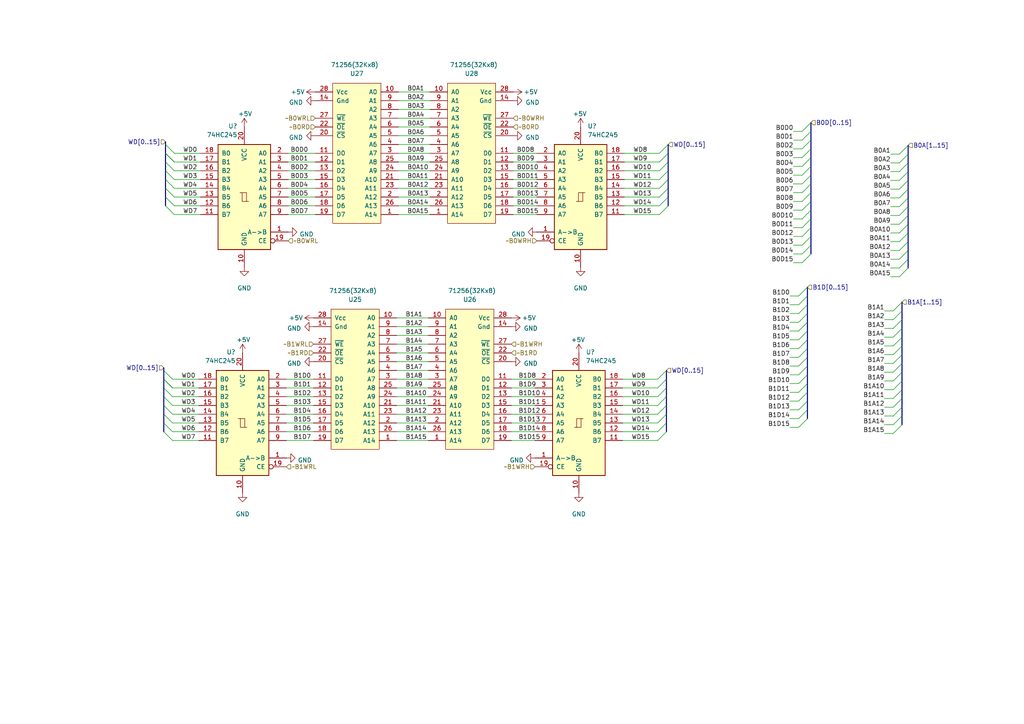
<source format=kicad_sch>
(kicad_sch (version 20230121) (generator eeschema)
  (paper "A4")
  (lib_symbols
    (symbol "68000:71256(32Kx8)" (pin_names (offset 1.016))
      (property "Reference" "U" (at 1.27 -45.72 0))
      (property "Value" "71256(32Kx8)" (at 1.27 -2.54 0))
      (symbol "71256(32Kx8)_1_1"
        (rectangle (start -6.35 -3.81) (end 7.62 -44.45) (fill (type background)))
        (pin input line (at 12.7 -41.91 180) (length 5.08) (name "A14") (number "1"))
        (pin input line (at 12.7 -6.35 180) (length 5.08) (name "A0") (number "10"))
        (pin bidirectional line (at -11.43 -24.13 0) (length 5.08) (name "D0") (number "11"))
        (pin bidirectional line (at -11.43 -26.67 0) (length 5.08) (name "D1") (number "12"))
        (pin bidirectional line (at -11.43 -29.21 0) (length 5.08) (name "D2") (number "13"))
        (pin power_in line (at -11.43 -8.89 0) (length 5.08) (name "Gnd") (number "14"))
        (pin bidirectional line (at -11.43 -31.75 0) (length 5.08) (name "D3") (number "15"))
        (pin bidirectional line (at -11.43 -34.29 0) (length 5.08) (name "D4") (number "16"))
        (pin bidirectional line (at -11.43 -36.83 0) (length 5.08) (name "D5") (number "17"))
        (pin bidirectional line (at -11.43 -39.37 0) (length 5.08) (name "D6") (number "18"))
        (pin bidirectional line (at -11.43 -41.91 0) (length 5.08) (name "D7") (number "19"))
        (pin input line (at 12.7 -36.83 180) (length 5.08) (name "A12") (number "2"))
        (pin input line (at -11.43 -19.05 0) (length 5.08) (name "~{CS}") (number "20"))
        (pin input line (at 12.7 -31.75 180) (length 5.08) (name "A10") (number "21"))
        (pin input line (at -11.43 -16.51 0) (length 5.08) (name "~{OE}") (number "22"))
        (pin input line (at 12.7 -34.29 180) (length 5.08) (name "A11") (number "23"))
        (pin input line (at 12.7 -29.21 180) (length 5.08) (name "A9") (number "24"))
        (pin input line (at 12.7 -26.67 180) (length 5.08) (name "A8") (number "25"))
        (pin input line (at 12.7 -39.37 180) (length 5.08) (name "A13") (number "26"))
        (pin input line (at -11.43 -13.97 0) (length 5.08) (name "~{WE}") (number "27"))
        (pin power_in line (at -11.43 -6.35 0) (length 5.08) (name "Vcc") (number "28"))
        (pin input line (at 12.7 -24.13 180) (length 5.08) (name "A7") (number "3"))
        (pin input line (at 12.7 -21.59 180) (length 5.08) (name "A6") (number "4"))
        (pin input line (at 12.7 -19.05 180) (length 5.08) (name "A5") (number "5"))
        (pin input line (at 12.7 -16.51 180) (length 5.08) (name "A4") (number "6"))
        (pin input line (at 12.7 -13.97 180) (length 5.08) (name "A3") (number "7"))
        (pin input line (at 12.7 -11.43 180) (length 5.08) (name "A2") (number "8"))
        (pin input line (at 12.7 -8.89 180) (length 5.08) (name "A1") (number "9"))
      )
    )
    (symbol "74xx:74HC245" (pin_names (offset 1.016))
      (property "Reference" "U" (at -7.62 16.51 0))
      (property "Value" "74HC245" (at -7.62 -16.51 0))
      (symbol "74HC245_1_0"
        (polyline (pts (xy -0.635 -1.27) (xy -0.635 1.27) (xy 0.635 1.27)))
        (polyline (pts (xy -1.27 -1.27) (xy 0.635 -1.27) (xy 0.635 1.27) (xy 1.27 1.27)))
        (pin input line (at -12.7 -10.16 0) (length 5.08) (name "A->B") (number "1"))
        (pin power_in line (at 0 -20.32 90) (length 5.08) (name "GND") (number "10"))
        (pin tri_state line (at 12.7 -5.08 180) (length 5.08) (name "B7") (number "11"))
        (pin tri_state line (at 12.7 -2.54 180) (length 5.08) (name "B6") (number "12"))
        (pin tri_state line (at 12.7 0 180) (length 5.08) (name "B5") (number "13"))
        (pin tri_state line (at 12.7 2.54 180) (length 5.08) (name "B4") (number "14"))
        (pin tri_state line (at 12.7 5.08 180) (length 5.08) (name "B3") (number "15"))
        (pin tri_state line (at 12.7 7.62 180) (length 5.08) (name "B2") (number "16"))
        (pin tri_state line (at 12.7 10.16 180) (length 5.08) (name "B1") (number "17"))
        (pin tri_state line (at 12.7 12.7 180) (length 5.08) (name "B0") (number "18"))
        (pin input inverted (at -12.7 -12.7 0) (length 5.08) (name "CE") (number "19"))
        (pin tri_state line (at -12.7 12.7 0) (length 5.08) (name "A0") (number "2"))
        (pin power_in line (at 0 20.32 270) (length 5.08) (name "VCC") (number "20"))
        (pin tri_state line (at -12.7 10.16 0) (length 5.08) (name "A1") (number "3"))
        (pin tri_state line (at -12.7 7.62 0) (length 5.08) (name "A2") (number "4"))
        (pin tri_state line (at -12.7 5.08 0) (length 5.08) (name "A3") (number "5"))
        (pin tri_state line (at -12.7 2.54 0) (length 5.08) (name "A4") (number "6"))
        (pin tri_state line (at -12.7 0 0) (length 5.08) (name "A5") (number "7"))
        (pin tri_state line (at -12.7 -2.54 0) (length 5.08) (name "A6") (number "8"))
        (pin tri_state line (at -12.7 -5.08 0) (length 5.08) (name "A7") (number "9"))
      )
      (symbol "74HC245_1_1"
        (rectangle (start -7.62 15.24) (end 7.62 -15.24) (stroke (width 0.254)) (fill (type background)))
      )
    )
    (symbol "power:+5V" (power) (pin_names (offset 0))
      (property "Value" "+5V" (at 0 3.556 0))
      (symbol "+5V_0_1"
        (polyline (pts (xy -0.762 1.27) (xy 0 2.54)))
        (polyline (pts (xy 0 0) (xy 0 2.54)))
        (polyline (pts (xy 0 2.54) (xy 0.762 1.27)))
      )
      (symbol "+5V_1_1"
        (pin power_in line (at 0 0 90) (length 0) hide (name "+5V") (number "1"))
      )
    )
    (symbol "power:GND" (power) (pin_names (offset 0))
      (property "Value" "GND" (at 0 -3.81 0))
      (symbol "GND_0_1"
        (polyline (pts (xy 0 0) (xy 0 -1.27) (xy 1.27 -1.27) (xy 0 -2.54) (xy -1.27 -1.27) (xy 0 -1.27)))
      )
      (symbol "GND_1_1"
        (pin power_in line (at 0 0 270) (length 0) hide (name "GND") (number "1"))
      )
    )
  )
  (bus_entry (at 191.262 49.53) (size 2.54 -2.54))
  (bus_entry (at 231.648 108.712) (size 2.54 -2.54))
  (bus_entry (at 50.546 44.45) (size -2.54 -2.54))
  (bus_entry (at 231.648 85.852) (size 2.54 -2.54))
  (bus_entry (at 50.038 112.522) (size -2.54 -2.54))
  (bus_entry (at 50.038 127.762) (size -2.54 -2.54))
  (bus_entry (at 232.664 68.58) (size 2.54 -2.54))
  (bus_entry (at 190.754 127.762) (size 2.54 -2.54))
  (bus_entry (at 231.648 113.792) (size 2.54 -2.54))
  (bus_entry (at 232.664 45.72) (size 2.54 -2.54))
  (bus_entry (at 260.858 47.244) (size 2.54 -2.54))
  (bus_entry (at 231.648 98.552) (size 2.54 -2.54))
  (bus_entry (at 231.648 106.172) (size 2.54 -2.54))
  (bus_entry (at 190.754 120.142) (size 2.54 -2.54))
  (bus_entry (at 259.08 92.71) (size 2.54 -2.54))
  (bus_entry (at 260.858 77.724) (size 2.54 -2.54))
  (bus_entry (at 190.754 112.522) (size 2.54 -2.54))
  (bus_entry (at 259.08 110.49) (size 2.54 -2.54))
  (bus_entry (at 50.038 125.222) (size -2.54 -2.54))
  (bus_entry (at 260.858 44.704) (size 2.54 -2.54))
  (bus_entry (at 50.038 109.982) (size -2.54 -2.54))
  (bus_entry (at 190.754 109.982) (size 2.54 -2.54))
  (bus_entry (at 232.664 38.1) (size 2.54 -2.54))
  (bus_entry (at 50.546 46.99) (size -2.54 -2.54))
  (bus_entry (at 232.664 53.34) (size 2.54 -2.54))
  (bus_entry (at 191.262 52.07) (size 2.54 -2.54))
  (bus_entry (at 260.858 70.104) (size 2.54 -2.54))
  (bus_entry (at 231.648 93.472) (size 2.54 -2.54))
  (bus_entry (at 190.754 115.062) (size 2.54 -2.54))
  (bus_entry (at 232.664 66.04) (size 2.54 -2.54))
  (bus_entry (at 259.08 118.11) (size 2.54 -2.54))
  (bus_entry (at 232.664 71.12) (size 2.54 -2.54))
  (bus_entry (at 231.648 123.952) (size 2.54 -2.54))
  (bus_entry (at 191.262 57.15) (size 2.54 -2.54))
  (bus_entry (at 231.648 88.392) (size 2.54 -2.54))
  (bus_entry (at 231.648 90.932) (size 2.54 -2.54))
  (bus_entry (at 50.546 54.61) (size -2.54 -2.54))
  (bus_entry (at 50.546 46.99) (size -2.54 -2.54))
  (bus_entry (at 50.038 115.062) (size -2.54 -2.54))
  (bus_entry (at 231.648 96.012) (size 2.54 -2.54))
  (bus_entry (at 232.664 40.64) (size 2.54 -2.54))
  (bus_entry (at 259.08 123.19) (size 2.54 -2.54))
  (bus_entry (at 50.546 52.07) (size -2.54 -2.54))
  (bus_entry (at 260.858 54.864) (size 2.54 -2.54))
  (bus_entry (at 259.08 125.73) (size 2.54 -2.54))
  (bus_entry (at 260.858 75.184) (size 2.54 -2.54))
  (bus_entry (at 191.262 59.69) (size 2.54 -2.54))
  (bus_entry (at 232.664 73.66) (size 2.54 -2.54))
  (bus_entry (at 50.546 49.53) (size -2.54 -2.54))
  (bus_entry (at 232.664 58.42) (size 2.54 -2.54))
  (bus_entry (at 231.648 121.412) (size 2.54 -2.54))
  (bus_entry (at 260.858 62.484) (size 2.54 -2.54))
  (bus_entry (at 259.08 95.25) (size 2.54 -2.54))
  (bus_entry (at 232.664 43.18) (size 2.54 -2.54))
  (bus_entry (at 232.664 63.5) (size 2.54 -2.54))
  (bus_entry (at 231.648 116.332) (size 2.54 -2.54))
  (bus_entry (at 191.262 54.61) (size 2.54 -2.54))
  (bus_entry (at 190.754 117.602) (size 2.54 -2.54))
  (bus_entry (at 231.648 111.252) (size 2.54 -2.54))
  (bus_entry (at 260.858 72.644) (size 2.54 -2.54))
  (bus_entry (at 191.262 62.23) (size 2.54 -2.54))
  (bus_entry (at 190.754 125.222) (size 2.54 -2.54))
  (bus_entry (at 260.858 67.564) (size 2.54 -2.54))
  (bus_entry (at 259.08 97.79) (size 2.54 -2.54))
  (bus_entry (at 260.858 49.784) (size 2.54 -2.54))
  (bus_entry (at 260.858 80.264) (size 2.54 -2.54))
  (bus_entry (at 259.08 102.87) (size 2.54 -2.54))
  (bus_entry (at 260.858 59.944) (size 2.54 -2.54))
  (bus_entry (at 259.08 107.95) (size 2.54 -2.54))
  (bus_entry (at 231.648 103.632) (size 2.54 -2.54))
  (bus_entry (at 259.08 100.33) (size 2.54 -2.54))
  (bus_entry (at 259.08 113.03) (size 2.54 -2.54))
  (bus_entry (at 259.08 120.65) (size 2.54 -2.54))
  (bus_entry (at 50.038 117.602) (size -2.54 -2.54))
  (bus_entry (at 259.08 90.17) (size 2.54 -2.54))
  (bus_entry (at 231.648 101.092) (size 2.54 -2.54))
  (bus_entry (at 232.664 55.88) (size 2.54 -2.54))
  (bus_entry (at 259.08 105.41) (size 2.54 -2.54))
  (bus_entry (at 191.262 44.45) (size 2.54 -2.54))
  (bus_entry (at 232.664 76.2) (size 2.54 -2.54))
  (bus_entry (at 50.546 57.15) (size -2.54 -2.54))
  (bus_entry (at 50.038 122.682) (size -2.54 -2.54))
  (bus_entry (at 50.038 112.522) (size -2.54 -2.54))
  (bus_entry (at 260.858 57.404) (size 2.54 -2.54))
  (bus_entry (at 50.546 62.23) (size -2.54 -2.54))
  (bus_entry (at 231.648 118.872) (size 2.54 -2.54))
  (bus_entry (at 232.664 60.96) (size 2.54 -2.54))
  (bus_entry (at 232.664 48.26) (size 2.54 -2.54))
  (bus_entry (at 191.262 46.99) (size 2.54 -2.54))
  (bus_entry (at 260.858 52.324) (size 2.54 -2.54))
  (bus_entry (at 232.664 50.8) (size 2.54 -2.54))
  (bus_entry (at 260.858 65.024) (size 2.54 -2.54))
  (bus_entry (at 50.546 59.69) (size -2.54 -2.54))
  (bus_entry (at 190.754 122.682) (size 2.54 -2.54))
  (bus_entry (at 50.038 120.142) (size -2.54 -2.54))
  (bus_entry (at 259.08 115.57) (size 2.54 -2.54))
  (wire (pts (xy 258.318 75.184) (xy 260.858 75.184)))
  (wire (pts (xy 256.54 92.71) (xy 259.08 92.71)))
  (bus (pts (xy 235.204 50.8) (xy 235.204 53.34)))
  (bus (pts (xy 193.802 54.61) (xy 193.802 57.15)))
  (wire (pts (xy 256.54 100.33) (xy 259.08 100.33)))
  (wire (pts (xy 115.57 46.99) (xy 124.714 46.99)))
  (wire (pts (xy 115.57 52.07) (xy 124.714 52.07)))
  (bus (pts (xy 261.62 105.41) (xy 261.62 107.95)))
  (wire (pts (xy 230.124 63.5) (xy 232.664 63.5)))
  (wire (pts (xy 115.57 36.83) (xy 124.714 36.83)))
  (bus (pts (xy 263.398 59.944) (xy 263.398 62.484)))
  (bus (pts (xy 235.204 48.26) (xy 235.204 50.8)))
  (wire (pts (xy 181.102 49.53) (xy 191.262 49.53)))
  (wire (pts (xy 148.844 49.53) (xy 155.702 49.53)))
  (bus (pts (xy 193.294 115.062) (xy 193.294 117.602)))
  (bus (pts (xy 193.294 120.142) (xy 193.294 122.682)))
  (wire (pts (xy 181.102 52.07) (xy 191.262 52.07)))
  (wire (pts (xy 148.844 59.69) (xy 155.702 59.69)))
  (wire (pts (xy 148.844 57.15) (xy 155.702 57.15)))
  (wire (pts (xy 148.336 127.762) (xy 155.194 127.762)))
  (wire (pts (xy 230.124 71.12) (xy 232.664 71.12)))
  (wire (pts (xy 115.062 122.682) (xy 124.206 122.682)))
  (wire (pts (xy 256.54 118.11) (xy 259.08 118.11)))
  (wire (pts (xy 180.594 120.142) (xy 190.754 120.142)))
  (bus (pts (xy 234.188 106.172) (xy 234.188 108.712)))
  (wire (pts (xy 148.336 117.602) (xy 155.194 117.602)))
  (wire (pts (xy 180.594 127.762) (xy 190.754 127.762)))
  (wire (pts (xy 50.546 54.61) (xy 58.166 54.61)))
  (wire (pts (xy 50.546 46.99) (xy 58.166 46.99)))
  (wire (pts (xy 180.594 117.602) (xy 190.754 117.602)))
  (wire (pts (xy 115.57 34.29) (xy 124.714 34.29)))
  (bus (pts (xy 263.398 65.024) (xy 263.398 67.564)))
  (bus (pts (xy 261.62 115.57) (xy 261.62 118.11)))
  (bus (pts (xy 261.62 102.87) (xy 261.62 105.41)))
  (bus (pts (xy 263.398 75.184) (xy 263.398 77.724)))
  (wire (pts (xy 258.318 52.324) (xy 260.858 52.324)))
  (wire (pts (xy 258.318 80.264) (xy 260.858 80.264)))
  (wire (pts (xy 256.54 107.95) (xy 259.08 107.95)))
  (wire (pts (xy 115.062 127.762) (xy 124.206 127.762)))
  (wire (pts (xy 50.038 112.522) (xy 57.658 112.522)))
  (bus (pts (xy 193.802 44.45) (xy 193.802 46.99)))
  (wire (pts (xy 230.124 43.18) (xy 232.664 43.18)))
  (bus (pts (xy 193.294 122.682) (xy 193.294 125.222)))
  (bus (pts (xy 48.006 41.148) (xy 48.006 41.91)))
  (wire (pts (xy 258.318 57.404) (xy 260.858 57.404)))
  (wire (pts (xy 181.102 46.99) (xy 191.262 46.99)))
  (wire (pts (xy 115.062 94.742) (xy 124.206 94.742)))
  (bus (pts (xy 235.204 55.88) (xy 235.204 58.42)))
  (bus (pts (xy 47.498 120.142) (xy 47.498 122.682)))
  (bus (pts (xy 193.802 57.15) (xy 193.802 59.69)))
  (wire (pts (xy 229.108 101.092) (xy 231.648 101.092)))
  (wire (pts (xy 83.058 109.982) (xy 90.932 109.982)))
  (wire (pts (xy 258.318 44.704) (xy 260.858 44.704)))
  (wire (pts (xy 258.318 59.944) (xy 260.858 59.944)))
  (wire (pts (xy 256.54 97.79) (xy 259.08 97.79)))
  (bus (pts (xy 261.62 87.63) (xy 261.62 90.17)))
  (bus (pts (xy 47.498 122.682) (xy 47.498 125.222)))
  (wire (pts (xy 229.108 103.632) (xy 231.648 103.632)))
  (wire (pts (xy 115.062 112.522) (xy 124.206 112.522)))
  (wire (pts (xy 115.062 125.222) (xy 124.206 125.222)))
  (wire (pts (xy 181.102 62.23) (xy 191.262 62.23)))
  (bus (pts (xy 193.802 49.53) (xy 193.802 52.07)))
  (bus (pts (xy 234.188 96.012) (xy 234.188 98.552)))
  (wire (pts (xy 115.062 109.982) (xy 124.206 109.982)))
  (wire (pts (xy 258.318 65.024) (xy 260.858 65.024)))
  (bus (pts (xy 48.006 44.45) (xy 48.006 46.99)))
  (bus (pts (xy 234.188 111.252) (xy 234.188 113.792)))
  (bus (pts (xy 263.398 72.644) (xy 263.398 75.184)))
  (bus (pts (xy 47.498 112.522) (xy 47.498 115.062)))
  (bus (pts (xy 261.62 92.71) (xy 261.62 95.25)))
  (wire (pts (xy 148.844 46.99) (xy 155.702 46.99)))
  (wire (pts (xy 229.108 108.712) (xy 231.648 108.712)))
  (wire (pts (xy 83.566 44.45) (xy 91.44 44.45)))
  (wire (pts (xy 229.108 123.952) (xy 231.648 123.952)))
  (bus (pts (xy 263.398 67.564) (xy 263.398 70.104)))
  (wire (pts (xy 230.124 38.1) (xy 232.664 38.1)))
  (bus (pts (xy 234.188 108.712) (xy 234.188 111.252)))
  (bus (pts (xy 261.62 97.79) (xy 261.62 100.33)))
  (wire (pts (xy 229.108 106.172) (xy 231.648 106.172)))
  (wire (pts (xy 258.318 47.244) (xy 260.858 47.244)))
  (wire (pts (xy 181.102 44.45) (xy 191.262 44.45)))
  (bus (pts (xy 48.006 54.61) (xy 48.006 57.15)))
  (bus (pts (xy 235.204 35.56) (xy 235.204 38.1)))
  (wire (pts (xy 230.124 40.64) (xy 232.664 40.64)))
  (wire (pts (xy 230.124 53.34) (xy 232.664 53.34)))
  (wire (pts (xy 50.038 117.602) (xy 57.658 117.602)))
  (wire (pts (xy 115.57 39.37) (xy 124.714 39.37)))
  (wire (pts (xy 256.54 113.03) (xy 259.08 113.03)))
  (wire (pts (xy 230.124 48.26) (xy 232.664 48.26)))
  (wire (pts (xy 148.336 122.682) (xy 155.194 122.682)))
  (bus (pts (xy 261.62 120.65) (xy 261.62 123.19)))
  (wire (pts (xy 115.062 97.282) (xy 124.206 97.282)))
  (wire (pts (xy 83.058 127.762) (xy 90.932 127.762)))
  (bus (pts (xy 193.294 107.442) (xy 193.294 109.982)))
  (wire (pts (xy 83.566 52.07) (xy 91.44 52.07)))
  (wire (pts (xy 148.336 115.062) (xy 155.194 115.062)))
  (bus (pts (xy 235.204 66.04) (xy 235.204 68.58)))
  (bus (pts (xy 235.204 60.96) (xy 235.204 63.5)))
  (wire (pts (xy 115.062 107.442) (xy 124.206 107.442)))
  (bus (pts (xy 234.188 88.392) (xy 234.188 90.932)))
  (wire (pts (xy 50.546 52.07) (xy 58.166 52.07)))
  (wire (pts (xy 83.566 46.99) (xy 91.44 46.99)))
  (bus (pts (xy 261.62 107.95) (xy 261.62 110.49)))
  (bus (pts (xy 47.498 109.982) (xy 47.498 112.522)))
  (bus (pts (xy 263.398 52.324) (xy 263.398 54.864)))
  (bus (pts (xy 47.498 115.062) (xy 47.498 117.602)))
  (wire (pts (xy 115.57 44.45) (xy 124.714 44.45)))
  (wire (pts (xy 148.336 125.222) (xy 155.194 125.222)))
  (wire (pts (xy 50.038 125.222) (xy 57.658 125.222)))
  (wire (pts (xy 258.318 67.564) (xy 260.858 67.564)))
  (bus (pts (xy 261.62 95.25) (xy 261.62 97.79)))
  (bus (pts (xy 263.398 49.784) (xy 263.398 52.324)))
  (bus (pts (xy 263.398 42.164) (xy 263.398 44.704)))
  (bus (pts (xy 235.204 45.72) (xy 235.204 48.26)))
  (wire (pts (xy 229.108 96.012) (xy 231.648 96.012)))
  (wire (pts (xy 115.57 41.91) (xy 124.714 41.91)))
  (wire (pts (xy 148.844 44.45) (xy 155.702 44.45)))
  (wire (pts (xy 258.318 77.724) (xy 260.858 77.724)))
  (bus (pts (xy 48.006 46.99) (xy 48.006 49.53)))
  (bus (pts (xy 261.62 118.11) (xy 261.62 120.65)))
  (wire (pts (xy 229.108 116.332) (xy 231.648 116.332)))
  (bus (pts (xy 193.802 46.99) (xy 193.802 49.53)))
  (bus (pts (xy 234.188 83.312) (xy 234.188 85.852)))
  (bus (pts (xy 261.62 100.33) (xy 261.62 102.87)))
  (wire (pts (xy 115.57 59.69) (xy 124.714 59.69)))
  (wire (pts (xy 115.57 57.15) (xy 124.714 57.15)))
  (wire (pts (xy 230.124 60.96) (xy 232.664 60.96)))
  (wire (pts (xy 256.54 125.73) (xy 259.08 125.73)))
  (bus (pts (xy 234.188 85.852) (xy 234.188 88.392)))
  (wire (pts (xy 256.54 90.17) (xy 259.08 90.17)))
  (bus (pts (xy 47.498 117.602) (xy 47.498 120.142)))
  (bus (pts (xy 235.204 71.12) (xy 235.204 73.66)))
  (wire (pts (xy 256.54 123.19) (xy 259.08 123.19)))
  (bus (pts (xy 261.62 110.49) (xy 261.62 113.03)))
  (bus (pts (xy 193.802 52.07) (xy 193.802 54.61)))
  (wire (pts (xy 148.336 120.142) (xy 155.194 120.142)))
  (bus (pts (xy 261.62 90.17) (xy 261.62 92.71)))
  (wire (pts (xy 258.318 62.484) (xy 260.858 62.484)))
  (wire (pts (xy 50.546 44.45) (xy 58.166 44.45)))
  (wire (pts (xy 256.54 95.25) (xy 259.08 95.25)))
  (bus (pts (xy 263.398 54.864) (xy 263.398 57.404)))
  (wire (pts (xy 181.102 59.69) (xy 191.262 59.69)))
  (wire (pts (xy 83.566 62.23) (xy 91.44 62.23)))
  (wire (pts (xy 256.54 115.57) (xy 259.08 115.57)))
  (bus (pts (xy 235.204 68.58) (xy 235.204 71.12)))
  (wire (pts (xy 115.062 104.902) (xy 124.206 104.902)))
  (wire (pts (xy 180.594 125.222) (xy 190.754 125.222)))
  (wire (pts (xy 83.058 112.522) (xy 90.932 112.522)))
  (wire (pts (xy 50.546 57.15) (xy 58.166 57.15)))
  (wire (pts (xy 180.594 112.522) (xy 190.754 112.522)))
  (bus (pts (xy 263.398 62.484) (xy 263.398 65.024)))
  (wire (pts (xy 258.318 72.644) (xy 260.858 72.644)))
  (wire (pts (xy 115.57 31.75) (xy 124.714 31.75)))
  (bus (pts (xy 47.498 107.442) (xy 47.498 109.982)))
  (wire (pts (xy 83.058 125.222) (xy 90.932 125.222)))
  (wire (pts (xy 83.058 115.062) (xy 90.932 115.062)))
  (wire (pts (xy 148.844 62.23) (xy 155.702 62.23)))
  (bus (pts (xy 47.498 106.68) (xy 47.498 107.442)))
  (bus (pts (xy 263.398 70.104) (xy 263.398 72.644)))
  (bus (pts (xy 234.188 101.092) (xy 234.188 103.632)))
  (wire (pts (xy 115.062 120.142) (xy 124.206 120.142)))
  (wire (pts (xy 115.57 26.67) (xy 124.714 26.67)))
  (wire (pts (xy 180.594 115.062) (xy 190.754 115.062)))
  (wire (pts (xy 230.124 73.66) (xy 232.664 73.66)))
  (wire (pts (xy 230.124 66.04) (xy 232.664 66.04)))
  (bus (pts (xy 235.204 63.5) (xy 235.204 66.04)))
  (wire (pts (xy 230.124 55.88) (xy 232.664 55.88)))
  (wire (pts (xy 50.038 109.982) (xy 57.658 109.982)))
  (wire (pts (xy 229.108 111.252) (xy 231.648 111.252)))
  (bus (pts (xy 48.006 41.91) (xy 48.006 44.45)))
  (bus (pts (xy 48.006 52.07) (xy 48.006 54.61)))
  (wire (pts (xy 230.124 45.72) (xy 232.664 45.72)))
  (wire (pts (xy 229.108 98.552) (xy 231.648 98.552)))
  (wire (pts (xy 50.546 62.23) (xy 58.166 62.23)))
  (wire (pts (xy 256.54 110.49) (xy 259.08 110.49)))
  (wire (pts (xy 83.058 117.602) (xy 90.932 117.602)))
  (bus (pts (xy 235.204 53.34) (xy 235.204 55.88)))
  (wire (pts (xy 148.844 52.07) (xy 155.702 52.07)))
  (wire (pts (xy 181.102 57.15) (xy 191.262 57.15)))
  (wire (pts (xy 115.062 102.362) (xy 124.206 102.362)))
  (wire (pts (xy 229.108 118.872) (xy 231.648 118.872)))
  (bus (pts (xy 193.294 109.982) (xy 193.294 112.522)))
  (bus (pts (xy 263.398 44.704) (xy 263.398 47.244)))
  (wire (pts (xy 258.318 54.864) (xy 260.858 54.864)))
  (bus (pts (xy 234.188 113.792) (xy 234.188 116.332)))
  (wire (pts (xy 180.594 122.682) (xy 190.754 122.682)))
  (wire (pts (xy 148.844 54.61) (xy 155.702 54.61)))
  (wire (pts (xy 83.058 122.682) (xy 90.932 122.682)))
  (wire (pts (xy 148.336 109.982) (xy 155.194 109.982)))
  (wire (pts (xy 258.318 49.784) (xy 260.858 49.784)))
  (wire (pts (xy 229.108 113.792) (xy 231.648 113.792)))
  (wire (pts (xy 83.058 120.142) (xy 90.932 120.142)))
  (wire (pts (xy 115.57 49.53) (xy 124.714 49.53)))
  (bus (pts (xy 48.006 49.53) (xy 48.006 52.07)))
  (wire (pts (xy 256.54 105.41) (xy 259.08 105.41)))
  (wire (pts (xy 115.57 29.21) (xy 124.714 29.21)))
  (bus (pts (xy 235.204 38.1) (xy 235.204 40.64)))
  (bus (pts (xy 193.294 112.522) (xy 193.294 115.062)))
  (wire (pts (xy 83.566 49.53) (xy 91.44 49.53)))
  (bus (pts (xy 234.188 98.552) (xy 234.188 101.092)))
  (bus (pts (xy 234.188 116.332) (xy 234.188 118.872)))
  (wire (pts (xy 229.108 93.472) (xy 231.648 93.472)))
  (wire (pts (xy 256.54 120.65) (xy 259.08 120.65)))
  (wire (pts (xy 115.062 115.062) (xy 124.206 115.062)))
  (wire (pts (xy 50.546 59.69) (xy 58.166 59.69)))
  (wire (pts (xy 50.038 127.762) (xy 57.658 127.762)))
  (bus (pts (xy 261.62 113.03) (xy 261.62 115.57)))
  (wire (pts (xy 180.594 109.982) (xy 190.754 109.982)))
  (wire (pts (xy 50.038 122.682) (xy 57.658 122.682)))
  (bus (pts (xy 193.294 117.602) (xy 193.294 120.142)))
  (wire (pts (xy 148.336 112.522) (xy 155.194 112.522)))
  (bus (pts (xy 234.188 93.472) (xy 234.188 96.012)))
  (wire (pts (xy 229.108 121.412) (xy 231.648 121.412)))
  (bus (pts (xy 263.398 47.244) (xy 263.398 49.784)))
  (wire (pts (xy 50.038 120.142) (xy 57.658 120.142)))
  (wire (pts (xy 230.124 76.2) (xy 232.664 76.2)))
  (wire (pts (xy 115.062 117.602) (xy 124.206 117.602)))
  (bus (pts (xy 235.204 43.18) (xy 235.204 45.72)))
  (wire (pts (xy 115.062 99.822) (xy 124.206 99.822)))
  (wire (pts (xy 229.108 88.392) (xy 231.648 88.392)))
  (bus (pts (xy 234.188 103.632) (xy 234.188 106.172)))
  (wire (pts (xy 83.566 54.61) (xy 91.44 54.61)))
  (wire (pts (xy 229.108 90.932) (xy 231.648 90.932)))
  (wire (pts (xy 50.546 49.53) (xy 58.166 49.53)))
  (bus (pts (xy 234.188 118.872) (xy 234.188 121.412)))
  (wire (pts (xy 230.124 50.8) (xy 232.664 50.8)))
  (wire (pts (xy 83.566 57.15) (xy 91.44 57.15)))
  (wire (pts (xy 230.124 68.58) (xy 232.664 68.58)))
  (wire (pts (xy 115.57 62.23) (xy 124.714 62.23)))
  (bus (pts (xy 263.398 57.404) (xy 263.398 59.944)))
  (bus (pts (xy 193.802 41.91) (xy 193.802 44.45)))
  (wire (pts (xy 115.062 92.202) (xy 124.206 92.202)))
  (wire (pts (xy 115.57 54.61) (xy 124.714 54.61)))
  (wire (pts (xy 83.566 59.69) (xy 91.44 59.69)))
  (wire (pts (xy 50.038 115.062) (xy 57.658 115.062)))
  (bus (pts (xy 235.204 58.42) (xy 235.204 60.96)))
  (bus (pts (xy 235.204 40.64) (xy 235.204 43.18)))
  (wire (pts (xy 258.318 70.104) (xy 260.858 70.104)))
  (bus (pts (xy 234.188 90.932) (xy 234.188 93.472)))
  (wire (pts (xy 181.102 54.61) (xy 191.262 54.61)))
  (wire (pts (xy 230.124 58.42) (xy 232.664 58.42)))
  (bus (pts (xy 48.006 57.15) (xy 48.006 59.69)))
  (wire (pts (xy 229.108 85.852) (xy 231.648 85.852)))
  (wire (pts (xy 256.54 102.87) (xy 259.08 102.87)))
  (label "WD6" (at 53.086 59.69 0))
  (label "WD7" (at 52.578 127.762 0))
  (label "B0D1" (at 89.408 46.99 180))
  (label "B0A5" (at 258.318 54.864 180))
  (label "B1D13" (at 229.108 118.872 180))
  (label "B0D1" (at 230.124 40.64 180))
  (label "B0D9" (at 230.124 60.96 180))
  (label "B1D15" (at 229.108 123.952 180))
  (label "WD9" (at 183.642 46.99 0))
  (label "B1D1" (at 229.108 88.392 180))
  (label "B1A8" (at 256.54 107.95 180))
  (label "B0D6" (at 89.408 59.69 180))
  (label "B0A14" (at 258.318 77.724 180))
  (label "B1A8" (at 117.602 109.982 0))
  (label "B1D2" (at 229.108 90.932 180))
  (label "B0A8" (at 258.318 62.484 180))
  (label "B0D15" (at 230.124 76.2 180))
  (label "B1A4" (at 256.54 97.79 180))
  (label "B1A15" (at 256.54 125.73 180))
  (label "B1A12" (at 117.602 120.142 0))
  (label "B1D1" (at 85.09 112.522 0))
  (label "B1A9" (at 256.54 110.49 180))
  (label "B0A1" (at 118.11 26.67 0))
  (label "WD14" (at 183.134 125.222 0))
  (label "WD15" (at 183.134 127.762 0))
  (label "B1D12" (at 150.368 120.142 0))
  (label "WD0" (at 53.086 44.45 0))
  (label "B1A7" (at 256.54 105.41 180))
  (label "WD12" (at 183.642 54.61 0))
  (label "B1D7" (at 85.09 127.762 0))
  (label "B0D13" (at 149.86 57.15 0))
  (label "B1A14" (at 117.602 125.222 0))
  (label "WD5" (at 53.086 57.15 0))
  (label "B1D10" (at 150.368 115.062 0))
  (label "B0D7" (at 89.408 62.23 180))
  (label "B1D0" (at 229.108 85.852 180))
  (label "B1A10" (at 117.602 115.062 0))
  (label "B1A6" (at 117.602 104.902 0))
  (label "WD12" (at 183.134 120.142 0))
  (label "B0D2" (at 230.124 43.18 180))
  (label "WD2" (at 52.578 115.062 0))
  (label "B1D12" (at 229.108 116.332 180))
  (label "B0D5" (at 230.124 50.8 180))
  (label "B1D8" (at 150.368 109.982 0))
  (label "B0D15" (at 149.86 62.23 0))
  (label "B1D14" (at 229.108 121.412 180))
  (label "B0D2" (at 89.408 49.53 180))
  (label "B1A5" (at 117.602 102.362 0))
  (label "B0A9" (at 258.318 65.024 180))
  (label "WD7" (at 53.086 62.23 0))
  (label "B1D9" (at 150.368 112.522 0))
  (label "B0D11" (at 149.86 52.07 0))
  (label "B1D14" (at 150.368 125.222 0))
  (label "WD10" (at 183.134 115.062 0))
  (label "B0A8" (at 118.11 44.45 0))
  (label "B0D0" (at 89.408 44.45 180))
  (label "B1A10" (at 256.54 113.03 180))
  (label "B1D3" (at 229.108 93.472 180))
  (label "B1D3" (at 85.09 117.602 0))
  (label "WD8" (at 183.642 44.45 0))
  (label "B1D7" (at 229.108 103.632 180))
  (label "B0A7" (at 118.11 41.91 0))
  (label "B0D0" (at 230.124 38.1 180))
  (label "B1D2" (at 85.09 115.062 0))
  (label "B0A12" (at 258.318 72.644 180))
  (label "B1A3" (at 256.54 95.25 180))
  (label "B0D12" (at 149.86 54.61 0))
  (label "B0A9" (at 118.11 46.99 0))
  (label "B0D4" (at 89.408 54.61 180))
  (label "B0A13" (at 118.11 57.15 0))
  (label "WD14" (at 183.642 59.69 0))
  (label "B1D0" (at 85.09 109.982 0))
  (label "B0A6" (at 118.11 39.37 0))
  (label "B1A15" (at 117.602 127.762 0))
  (label "B1A14" (at 256.54 123.19 180))
  (label "B0D13" (at 230.124 71.12 180))
  (label "B0A15" (at 118.11 62.23 0))
  (label "B0A3" (at 118.11 31.75 0))
  (label "B0D14" (at 230.124 73.66 180))
  (label "B0A2" (at 258.318 47.244 180))
  (label "WD8" (at 183.134 109.982 0))
  (label "WD2" (at 53.086 49.53 0))
  (label "B0D5" (at 89.408 57.15 180))
  (label "WD3" (at 53.086 52.07 0))
  (label "B1A13" (at 117.602 122.682 0))
  (label "B1D13" (at 150.368 122.682 0))
  (label "B1A1" (at 256.54 90.17 180))
  (label "WD11" (at 183.134 117.602 0))
  (label "WD5" (at 52.578 122.682 0))
  (label "B0D4" (at 230.124 48.26 180))
  (label "B0D8" (at 230.124 58.42 180))
  (label "B0D8" (at 149.86 44.45 0))
  (label "B0D14" (at 149.86 59.69 0))
  (label "B0D9" (at 149.86 46.99 0))
  (label "B0A5" (at 118.11 36.83 0))
  (label "B0A13" (at 258.318 75.184 180))
  (label "B0A6" (at 258.318 57.404 180))
  (label "B1A4" (at 117.602 99.822 0))
  (label "B1A1" (at 117.602 92.202 0))
  (label "WD13" (at 183.642 57.15 0))
  (label "WD13" (at 183.134 122.682 0))
  (label "B0D7" (at 230.124 55.88 180))
  (label "B1A3" (at 117.602 97.282 0))
  (label "B0D11" (at 230.124 66.04 180))
  (label "B1A6" (at 256.54 102.87 180))
  (label "B0D3" (at 89.408 52.07 180))
  (label "B0A11" (at 258.318 70.104 180))
  (label "WD3" (at 52.578 117.602 0))
  (label "B1D11" (at 150.368 117.602 0))
  (label "B1A12" (at 256.54 118.11 180))
  (label "B0D12" (at 230.124 68.58 180))
  (label "B0A7" (at 258.318 59.944 180))
  (label "WD4" (at 52.578 120.142 0))
  (label "B1A11" (at 256.54 115.57 180))
  (label "B0A3" (at 258.318 49.784 180))
  (label "B0A15" (at 258.318 80.264 180))
  (label "B0A14" (at 118.11 59.69 0))
  (label "B0A1" (at 258.318 44.704 180))
  (label "WD15" (at 183.642 62.23 0))
  (label "B1D4" (at 229.108 96.012 180))
  (label "B1D5" (at 85.09 122.682 0))
  (label "B1A7" (at 117.602 107.442 0))
  (label "B1D8" (at 229.108 106.172 180))
  (label "B1A13" (at 256.54 120.65 180))
  (label "WD0" (at 52.578 109.982 0))
  (label "B1D4" (at 85.09 120.142 0))
  (label "WD6" (at 52.578 125.222 0))
  (label "WD9" (at 183.134 112.522 0))
  (label "B1D6" (at 85.09 125.222 0))
  (label "B0D3" (at 230.124 45.72 180))
  (label "B1D11" (at 229.108 113.792 180))
  (label "B1D9" (at 229.108 108.712 180))
  (label "B1A5" (at 256.54 100.33 180))
  (label "B1D5" (at 229.108 98.552 180))
  (label "WD11" (at 183.642 52.07 0))
  (label "WD1" (at 52.578 112.522 0))
  (label "B0A4" (at 258.318 52.324 180))
  (label "B0D6" (at 230.124 53.34 180))
  (label "WD1" (at 53.086 46.99 0))
  (label "B0D10" (at 230.124 63.5 180))
  (label "B1A2" (at 256.54 92.71 180))
  (label "B1D6" (at 229.108 101.092 180))
  (label "B1A9" (at 117.602 112.522 0))
  (label "B0D10" (at 149.86 49.53 0))
  (label "B1D10" (at 229.108 111.252 180))
  (label "B1A2" (at 117.602 94.742 0))
  (label "B0A11" (at 118.11 52.07 0))
  (label "B0A2" (at 118.11 29.21 0))
  (label "B1A11" (at 117.602 117.602 0))
  (label "B1D15" (at 150.368 127.762 0))
  (label "WD10" (at 183.642 49.53 0))
  (label "B0A10" (at 258.318 67.564 180))
  (label "WD4" (at 53.086 54.61 0))
  (label "B0A10" (at 118.11 49.53 0))
  (label "B0A12" (at 118.11 54.61 0))
  (label "B0A4" (at 118.11 34.29 0))
  (hierarchical_label "~B1RD" (shape input) (at 90.932 102.362 180))
  (hierarchical_label "WD[0..15]" (shape input) (at 48.006 41.148 180))
  (hierarchical_label "~B0WRH" (shape input) (at 148.844 34.29 0))
  (hierarchical_label "B0A[1..15]" (shape input) (at 263.398 42.164 0))
  (hierarchical_label "~B1WRL" (shape input) (at 90.932 99.822 180))
  (hierarchical_label "~B1WRH" (shape input) (at 148.336 99.822 0))
  (hierarchical_label "~B0RD" (shape input) (at 91.44 36.83 180))
  (hierarchical_label "WD[0..15]" (shape input) (at 193.294 107.442 0))
  (hierarchical_label "~B1WRH" (shape input) (at 155.194 135.382 180))
  (hierarchical_label "WD[0..15]" (shape input) (at 193.802 41.91 0))
  (hierarchical_label "WD[0..15]" (shape input) (at 47.498 106.68 180))
  (hierarchical_label "~B1RD" (shape input) (at 148.336 102.362 0))
  (hierarchical_label "~B0WRL" (shape input) (at 83.566 69.85 0))
  (hierarchical_label "~B0WRL" (shape input) (at 91.44 34.29 180))
  (hierarchical_label "B1A[1..15]" (shape input) (at 261.62 87.63 0))
  (hierarchical_label "B0D[0..15]" (shape input) (at 235.204 35.56 0))
  (hierarchical_label "~B1WRL" (shape input) (at 83.058 135.382 0))
  (hierarchical_label "~B0WRH" (shape input) (at 155.702 69.85 180))
  (hierarchical_label "~B0RD" (shape input) (at 148.844 36.83 0))
  (hierarchical_label "B1D[0..15]" (shape input) (at 234.188 83.312 0))
  (symbol (lib_id "power:+5V") (at 70.358 102.362 0) (mirror y) (unit 1)
    (property "Reference" "#PWR0109" (effects hide))
    (property "Value" "+5V" (at 72.644 98.552 0) (effects (justify left)))
    (instances (project "VGA" (path "" (reference "#PWR0109") (unit 1)) (path "" (reference "#PWR0125") (unit 1))))
  )
  (symbol (lib_id "power:GND") (at 90.932 94.742 270) (mirror x) (unit 1)
    (property "Reference" "#PWR01" (effects hide))
    (property "Value" "GND" (at 87.376 95.25 90) (effects (justify right)))
    (instances (project "VGA" (path "" (reference "#PWR01") (unit 1)) (path "" (reference "#PWR0140") (unit 1))))
  )
  (symbol (lib_id "power:GND") (at 155.702 67.31 270) (unit 1)
    (property "Reference" "#PWR01" (effects hide))
    (property "Value" "GND" (at 152.4 67.945 90) (effects (justify right)))
    (instances (project "VGA" (path "" (reference "#PWR01") (unit 1)) (path "" (reference "#PWR0130") (unit 1))))
  )
  (symbol (lib_id "68000:71256(32Kx8)") (at 102.362 85.852 0) (unit 1)
    (property "Reference" "U25" (at 102.997 86.868 0))
    (property "Value" "71256(32Kx8)" (at 102.362 84.328 0))
    (property "Footprint" "68000:DIP-28" (effects hide))
  )
  (symbol (lib_id "power:GND") (at 83.058 132.842 90) (mirror x) (unit 1)
    (property "Reference" "#PWR01" (effects hide))
    (property "Value" "GND" (at 86.36 133.477 90) (effects (justify right)))
    (instances (project "VGA" (path "" (reference "#PWR01") (unit 1)) (path "" (reference "#PWR0124") (unit 1))))
  )
  (symbol (lib_id "68000:71256(32Kx8)") (at 137.414 20.32 0) (mirror y) (unit 1)
    (property "Reference" "U28" (at 136.779 21.336 0))
    (property "Value" "71256(32Kx8)" (at 137.414 18.796 0))
    (property "Footprint" "68000:DIP-28" (effects hide))
  )
  (symbol (lib_id "power:GND") (at 91.44 29.21 270) (mirror x) (unit 1)
    (property "Reference" "#PWR01" (effects hide))
    (property "Value" "GND" (at 87.884 29.718 90) (effects (justify right)))
    (instances (project "VGA" (path "" (reference "#PWR01") (unit 1)) (path "" (reference "#PWR0137") (unit 1))))
  )
  (symbol (lib_id "68000:71256(32Kx8)") (at 136.906 85.852 0) (mirror y) (unit 1)
    (property "Reference" "U26" (at 136.271 86.868 0))
    (property "Value" "71256(32Kx8)" (at 136.906 84.328 0))
    (property "Footprint" "68000:DIP-28" (effects hide))
  )
  (symbol (lib_id "power:GND") (at 70.358 143.002 0) (mirror y) (unit 1)
    (property "Reference" "#PWR01" (effects hide))
    (property "Value" "GND" (at 70.358 149.098 0))
    (instances (project "VGA" (path "" (reference "#PWR01") (unit 1)) (path "" (reference "#PWR0126") (unit 1))))
  )
  (symbol (lib_id "power:+5V") (at 70.866 36.83 0) (mirror y) (unit 1)
    (property "Reference" "#PWR0109" (effects hide))
    (property "Value" "+5V" (at 73.152 33.02 0) (effects (justify left)))
    (instances (project "VGA" (path "" (reference "#PWR0109") (unit 1)) (path "" (reference "#PWR0128") (unit 1))))
  )
  (symbol (lib_id "74xx:74HC245") (at 70.358 122.682 0) (mirror y) (unit 1)
    (property "Reference" "U?" (at 68.3386 102.108 0) (effects (justify left)))
    (property "Value" "74HC245" (at 68.3386 104.648 0) (effects (justify left)))
    (property "Footprint" "68000:DIP-20" (effects hide))
    (property "Datasheet" "http://www.ti.com/lit/gpn/sn74HC245" (effects hide))
    (instances (project "VGA" (path "" (reference "U?") (unit 1)) (path "" (reference "U31") (unit 1))))
  )
  (symbol (lib_id "power:GND") (at 168.402 77.47 0) (unit 1)
    (property "Reference" "#PWR01" (effects hide))
    (property "Value" "GND" (at 168.402 83.566 0))
    (instances (project "VGA" (path "" (reference "#PWR01") (unit 1)) (path "" (reference "#PWR0132") (unit 1))))
  )
  (symbol (lib_id "74xx:74HC245") (at 168.402 57.15 0) (unit 1)
    (property "Reference" "U?" (at 170.4214 36.576 0) (effects (justify left)))
    (property "Value" "74HC245" (at 170.4214 39.116 0) (effects (justify left)))
    (property "Footprint" "68000:DIP-20" (effects hide))
    (property "Datasheet" "http://www.ti.com/lit/gpn/sn74HC245" (effects hide))
    (instances (project "VGA" (path "" (reference "U?") (unit 1)) (path "" (reference "U34") (unit 1))))
  )
  (symbol (lib_id "power:GND") (at 83.566 67.31 90) (mirror x) (unit 1)
    (property "Reference" "#PWR01" (effects hide))
    (property "Value" "GND" (at 86.868 67.945 90) (effects (justify right)))
    (instances (project "VGA" (path "" (reference "#PWR01") (unit 1)) (path "" (reference "#PWR0127") (unit 1))))
  )
  (symbol (lib_id "power:+5V") (at 90.932 92.202 90) (mirror x) (unit 1)
    (property "Reference" "#PWR0109" (effects hide))
    (property "Value" "+5V" (at 87.884 92.202 90) (effects (justify left)))
    (instances (project "VGA" (path "" (reference "#PWR0109") (unit 1)) (path "" (reference "#PWR0139") (unit 1))))
  )
  (symbol (lib_id "power:GND") (at 155.194 132.842 270) (unit 1)
    (property "Reference" "#PWR01" (effects hide))
    (property "Value" "GND" (at 151.892 133.477 90) (effects (justify right)))
    (instances (project "VGA" (path "" (reference "#PWR01") (unit 1)) (path "" (reference "#PWR0123") (unit 1))))
  )
  (symbol (lib_id "power:GND") (at 148.336 94.742 90) (unit 1)
    (property "Reference" "#PWR01" (effects hide))
    (property "Value" "GND" (at 151.892 95.25 90) (effects (justify right)))
    (instances (project "VGA" (path "" (reference "#PWR01") (unit 1)) (path "" (reference "#PWR0143") (unit 1))))
  )
  (symbol (lib_id "power:GND") (at 70.866 77.47 0) (mirror y) (unit 1)
    (property "Reference" "#PWR01" (effects hide))
    (property "Value" "GND" (at 70.866 83.566 0))
    (instances (project "VGA" (path "" (reference "#PWR01") (unit 1)) (path "" (reference "#PWR0129") (unit 1))))
  )
  (symbol (lib_id "74xx:74HC245") (at 167.894 122.682 0) (unit 1)
    (property "Reference" "U?" (at 169.9134 102.108 0) (effects (justify left)))
    (property "Value" "74HC245" (at 169.9134 104.648 0) (effects (justify left)))
    (property "Footprint" "68000:DIP-20" (effects hide))
    (property "Datasheet" "http://www.ti.com/lit/gpn/sn74HC245" (effects hide))
    (instances (project "VGA" (path "" (reference "U?") (unit 1)) (path "" (reference "U32") (unit 1))))
  )
  (symbol (lib_id "power:+5V") (at 148.844 26.67 270) (unit 1)
    (property "Reference" "#PWR0109" (effects hide))
    (property "Value" "+5V" (at 151.892 26.67 90) (effects (justify left)))
    (instances (project "VGA" (path "" (reference "#PWR0109") (unit 1)) (path "" (reference "#PWR0133") (unit 1))))
  )
  (symbol (lib_id "power:GND") (at 91.44 39.37 270) (mirror x) (unit 1)
    (property "Reference" "#PWR01" (effects hide))
    (property "Value" "GND" (at 87.884 39.878 90) (effects (justify right)))
    (instances (project "VGA" (path "" (reference "#PWR01") (unit 1)) (path "" (reference "#PWR0138") (unit 1))))
  )
  (symbol (lib_id "power:+5V") (at 148.336 92.202 270) (unit 1)
    (property "Reference" "#PWR0109" (effects hide))
    (property "Value" "+5V" (at 151.384 92.202 90) (effects (justify left)))
    (instances (project "VGA" (path "" (reference "#PWR0109") (unit 1)) (path "" (reference "#PWR0142") (unit 1))))
  )
  (symbol (lib_id "power:GND") (at 167.894 143.002 0) (unit 1)
    (property "Reference" "#PWR01" (effects hide))
    (property "Value" "GND" (at 167.894 149.098 0))
    (instances (project "VGA" (path "" (reference "#PWR01") (unit 1)) (path "" (reference "#PWR0122") (unit 1))))
  )
  (symbol (lib_id "power:GND") (at 148.844 29.21 90) (unit 1)
    (property "Reference" "#PWR01" (effects hide))
    (property "Value" "GND" (at 152.4 29.718 90) (effects (justify right)))
    (instances (project "VGA" (path "" (reference "#PWR01") (unit 1)) (path "" (reference "#PWR0134") (unit 1))))
  )
  (symbol (lib_id "power:+5V") (at 168.402 36.83 0) (unit 1)
    (property "Reference" "#PWR0109" (effects hide))
    (property "Value" "+5V" (at 166.116 33.02 0) (effects (justify left)))
    (instances (project "VGA" (path "" (reference "#PWR0109") (unit 1)) (path "" (reference "#PWR0131") (unit 1))))
  )
  (symbol (lib_id "power:GND") (at 148.844 39.37 90) (unit 1)
    (property "Reference" "#PWR01" (effects hide))
    (property "Value" "GND" (at 152.4 39.878 90) (effects (justify right)))
    (instances (project "VGA" (path "" (reference "#PWR01") (unit 1)) (path "" (reference "#PWR0135") (unit 1))))
  )
  (symbol (lib_id "power:GND") (at 90.932 104.902 270) (mirror x) (unit 1)
    (property "Reference" "#PWR01" (effects hide))
    (property "Value" "GND" (at 87.376 105.41 90) (effects (justify right)))
    (instances (project "VGA" (path "" (reference "#PWR01") (unit 1)) (path "" (reference "#PWR0141") (unit 1))))
  )
  (symbol (lib_id "power:+5V") (at 167.894 102.362 0) (unit 1)
    (property "Reference" "#PWR0109" (effects hide))
    (property "Value" "+5V" (at 165.608 98.552 0) (effects (justify left)))
    (instances (project "VGA" (path "" (reference "#PWR0109") (unit 1)) (path "" (reference "#PWR0121") (unit 1))))
  )
  (symbol (lib_id "power:GND") (at 148.336 104.902 90) (unit 1)
    (property "Reference" "#PWR01" (effects hide))
    (property "Value" "GND" (at 151.892 105.41 90) (effects (justify right)))
    (instances (project "VGA" (path "" (reference "#PWR01") (unit 1)) (path "" (reference "#PWR0144") (unit 1))))
  )
  (symbol (lib_id "power:+5V") (at 91.44 26.67 90) (mirror x) (unit 1)
    (property "Reference" "#PWR0109" (effects hide))
    (property "Value" "+5V" (at 88.392 26.67 90) (effects (justify left)))
    (instances (project "VGA" (path "" (reference "#PWR0109") (unit 1)) (path "" (reference "#PWR0136") (unit 1))))
  )
  (symbol (lib_id "74xx:74HC245") (at 70.866 57.15 0) (mirror y) (unit 1)
    (property "Reference" "U?" (at 68.8466 36.576 0) (effects (justify left)))
    (property "Value" "74HC245" (at 68.8466 39.116 0) (effects (justify left)))
    (property "Footprint" "68000:DIP-20" (effects hide))
    (property "Datasheet" "http://www.ti.com/lit/gpn/sn74HC245" (effects hide))
    (instances (project "VGA" (path "" (reference "U?") (unit 1)) (path "" (reference "U33") (unit 1))))
  )
  (symbol (lib_id "68000:71256(32Kx8)") (at 102.87 20.32 0) (unit 1)
    (property "Reference" "U27" (at 103.505 21.336 0))
    (property "Value" "71256(32Kx8)" (at 102.87 18.796 0))
    (property "Footprint" "68000:DIP-28" (effects hide))
  )
)
</source>
